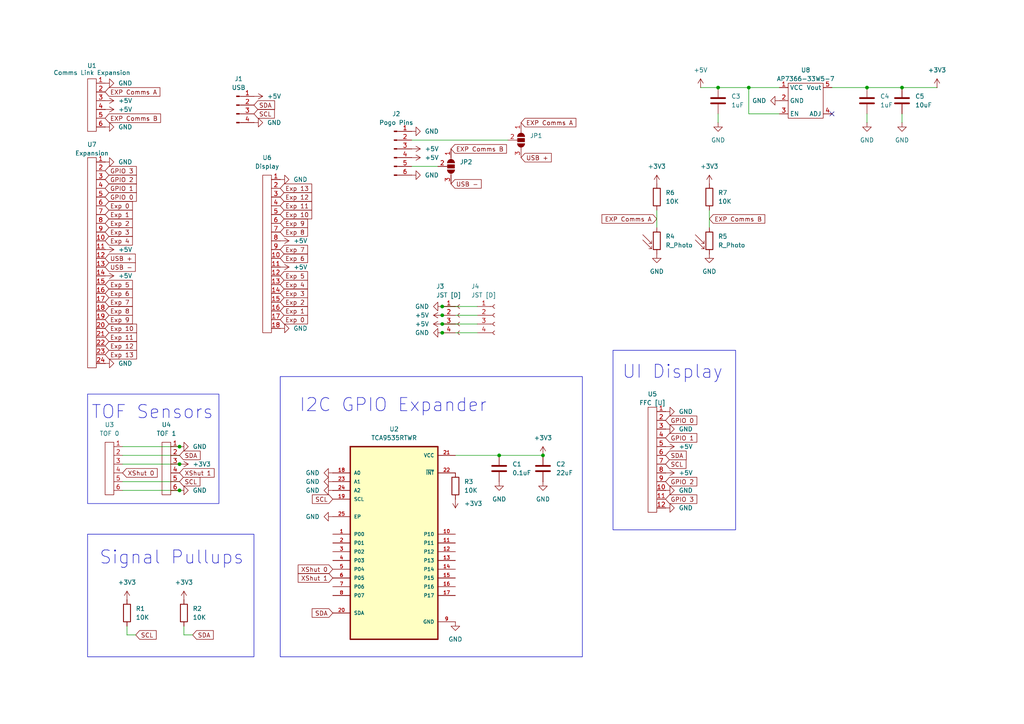
<source format=kicad_sch>
(kicad_sch (version 20231120) (generator "eeschema") (generator_version "8.0")
  (paper "A4")
  (lib_symbols
    (symbol "AP7366_SOT_25:AP7366_SOT25"
      (property "Reference" "U" (at 0 5.334 0))
      (symbol "AP7366_SOT25_0_1"
        (rectangle (start -5.08 3.81) (end 5.08 -6.35))
      )
      (symbol "AP7366_SOT25_1_1"
        (pin power_in line (at -7.62 2.54 0) (length 2.54) (name "VCC") (number "1"))
        (pin power_in line (at -7.62 -1.27 0) (length 2.54) (name "GND") (number "2"))
        (pin input line (at -7.62 -5.08 0) (length 2.54) (name "EN") (number "3"))
        (pin power_in line (at 7.62 -5.08 180) (length 2.54) (name "ADJ") (number "4"))
        (pin power_in line (at 7.62 2.54 180) (length 2.54) (name "Vout") (number "5"))
      )
    )
    (symbol "Connector:Conn_01x04_Pin" (pin_names (offset 1.016) hide)
      (property "Reference" "J" (at 0 5.08 0))
      (property "Value" "Conn_01x04_Pin" (at 0 -7.62 0))
      (symbol "Conn_01x04_Pin_1_1"
        (polyline (pts (xy 1.27 -5.08) (xy 0.8636 -5.08)) (stroke (width 0.1524)))
        (polyline (pts (xy 1.27 -2.54) (xy 0.8636 -2.54)) (stroke (width 0.1524)))
        (polyline (pts (xy 1.27 0) (xy 0.8636 0)) (stroke (width 0.1524)))
        (polyline (pts (xy 1.27 2.54) (xy 0.8636 2.54)) (stroke (width 0.1524)))
        (rectangle (start 0.8636 -4.953) (end 0 -5.207) (stroke (width 0.1524)) (fill (type outline)))
        (rectangle (start 0.8636 -2.413) (end 0 -2.667) (stroke (width 0.1524)) (fill (type outline)))
        (rectangle (start 0.8636 0.127) (end 0 -0.127) (stroke (width 0.1524)) (fill (type outline)))
        (rectangle (start 0.8636 2.667) (end 0 2.413) (stroke (width 0.1524)) (fill (type outline)))
        (pin passive line (at 5.08 2.54 180) (length 3.81) (name "Pin_1") (number "1"))
        (pin passive line (at 5.08 0 180) (length 3.81) (name "Pin_2") (number "2"))
        (pin passive line (at 5.08 -2.54 180) (length 3.81) (name "Pin_3") (number "3"))
        (pin passive line (at 5.08 -5.08 180) (length 3.81) (name "Pin_4") (number "4"))
      )
    )
    (symbol "Connector:Conn_01x04_Socket" (pin_names (offset 1.016) hide)
      (property "Reference" "J" (at 0 5.08 0))
      (property "Value" "Conn_01x04_Socket" (at 0 -7.62 0))
      (symbol "Conn_01x04_Socket_1_1"
        (arc (start 0 -4.572) (mid -0.5058 -5.08) (end 0 -5.588) (stroke (width 0.1524)))
        (arc (start 0 -2.032) (mid -0.5058 -2.54) (end 0 -3.048) (stroke (width 0.1524)))
        (polyline (pts (xy -1.27 -5.08) (xy -0.508 -5.08)) (stroke (width 0.1524)))
        (polyline (pts (xy -1.27 -2.54) (xy -0.508 -2.54)) (stroke (width 0.1524)))
        (polyline (pts (xy -1.27 0) (xy -0.508 0)) (stroke (width 0.1524)))
        (polyline (pts (xy -1.27 2.54) (xy -0.508 2.54)) (stroke (width 0.1524)))
        (arc (start 0 0.508) (mid -0.5058 0) (end 0 -0.508) (stroke (width 0.1524)))
        (arc (start 0 3.048) (mid -0.5058 2.54) (end 0 2.032) (stroke (width 0.1524)))
        (pin passive line (at -5.08 2.54 0) (length 3.81) (name "Pin_1") (number "1"))
        (pin passive line (at -5.08 0 0) (length 3.81) (name "Pin_2") (number "2"))
        (pin passive line (at -5.08 -2.54 0) (length 3.81) (name "Pin_3") (number "3"))
        (pin passive line (at -5.08 -5.08 0) (length 3.81) (name "Pin_4") (number "4"))
      )
    )
    (symbol "Connector:Conn_01x06_Pin" (pin_names (offset 1.016) hide)
      (property "Reference" "J" (at 0 7.62 0))
      (property "Value" "Conn_01x06_Pin" (at 0 -10.16 0))
      (symbol "Conn_01x06_Pin_1_1"
        (polyline (pts (xy 1.27 -7.62) (xy 0.8636 -7.62)) (stroke (width 0.1524)))
        (polyline (pts (xy 1.27 -5.08) (xy 0.8636 -5.08)) (stroke (width 0.1524)))
        (polyline (pts (xy 1.27 -2.54) (xy 0.8636 -2.54)) (stroke (width 0.1524)))
        (polyline (pts (xy 1.27 0) (xy 0.8636 0)) (stroke (width 0.1524)))
        (polyline (pts (xy 1.27 2.54) (xy 0.8636 2.54)) (stroke (width 0.1524)))
        (polyline (pts (xy 1.27 5.08) (xy 0.8636 5.08)) (stroke (width 0.1524)))
        (rectangle (start 0.8636 -7.493) (end 0 -7.747) (stroke (width 0.1524)) (fill (type outline)))
        (rectangle (start 0.8636 -4.953) (end 0 -5.207) (stroke (width 0.1524)) (fill (type outline)))
        (rectangle (start 0.8636 -2.413) (end 0 -2.667) (stroke (width 0.1524)) (fill (type outline)))
        (rectangle (start 0.8636 0.127) (end 0 -0.127) (stroke (width 0.1524)) (fill (type outline)))
        (rectangle (start 0.8636 2.667) (end 0 2.413) (stroke (width 0.1524)) (fill (type outline)))
        (rectangle (start 0.8636 5.207) (end 0 4.953) (stroke (width 0.1524)) (fill (type outline)))
        (pin passive line (at 5.08 5.08 180) (length 3.81) (name "Pin_1") (number "1"))
        (pin passive line (at 5.08 2.54 180) (length 3.81) (name "Pin_2") (number "2"))
        (pin passive line (at 5.08 0 180) (length 3.81) (name "Pin_3") (number "3"))
        (pin passive line (at 5.08 -2.54 180) (length 3.81) (name "Pin_4") (number "4"))
        (pin passive line (at 5.08 -5.08 180) (length 3.81) (name "Pin_5") (number "5"))
        (pin passive line (at 5.08 -7.62 180) (length 3.81) (name "Pin_6") (number "6"))
      )
    )
    (symbol "Device:C" (pin_numbers hide) (pin_names (offset 0.254))
      (property "Reference" "C" (at 0.635 2.54 0))
      (property "Value" "C" (at 0.635 -2.54 0))
      (symbol "C_0_1"
        (polyline (pts (xy -2.032 -0.762) (xy 2.032 -0.762)) (stroke (width 0.508)))
        (polyline (pts (xy -2.032 0.762) (xy 2.032 0.762)) (stroke (width 0.508)))
      )
      (symbol "C_1_1"
        (pin passive line (at 0 3.81 270) (length 2.794) (name "~") (number "1"))
        (pin passive line (at 0 -3.81 90) (length 2.794) (name "~") (number "2"))
      )
    )
    (symbol "Device:R" (pin_numbers hide) (pin_names (offset 0))
      (property "Reference" "R" (at 2.032 0 90))
      (property "Value" "R" (at 0 0 90))
      (symbol "R_0_1"
        (rectangle (start -1.016 -2.54) (end 1.016 2.54) (stroke (width 0.254)))
      )
      (symbol "R_1_1"
        (pin passive line (at 0 3.81 270) (length 1.27) (name "~") (number "1"))
        (pin passive line (at 0 -3.81 90) (length 1.27) (name "~") (number "2"))
      )
    )
    (symbol "Device:R_Photo" (pin_numbers hide) (pin_names (offset 0))
      (property "Reference" "R" (at 1.27 1.27 0))
      (property "Value" "R_Photo" (at 1.27 0 0))
      (symbol "R_Photo_0_1"
        (rectangle (start -1.016 2.54) (end 1.016 -2.54) (stroke (width 0.254)))
        (polyline (pts (xy -1.524 -2.286) (xy -4.064 0.254)))
        (polyline (pts (xy -1.524 -2.286) (xy -2.286 -2.286)))
        (polyline (pts (xy -1.524 -2.286) (xy -1.524 -1.524)))
        (polyline (pts (xy -1.524 -0.762) (xy -4.064 1.778)))
        (polyline (pts (xy -1.524 -0.762) (xy -2.286 -0.762)))
        (polyline (pts (xy -1.524 -0.762) (xy -1.524 0)))
      )
      (symbol "R_Photo_1_1"
        (pin passive line (at 0 3.81 270) (length 1.27) (name "~") (number "1"))
        (pin passive line (at 0 -3.81 90) (length 1.27) (name "~") (number "2"))
      )
    )
    (symbol "FCC_Connector:FFC_12P"
      (property "Reference" "U" (at 0 16.764 0))
      (symbol "FFC_12P_0_1"
        (rectangle (start -1.27 15.24) (end 1.27 -15.24))
      )
      (symbol "FFC_12P_1_1"
        (pin input line (at 3.81 13.97 180) (length 2.54) (name "") (number "1"))
        (pin input line (at 3.81 -8.89 180) (length 2.54) (name "") (number "10"))
        (pin input line (at 3.81 -11.43 180) (length 2.54) (name "") (number "11"))
        (pin input line (at 3.81 -13.97 180) (length 2.54) (name "") (number "12"))
        (pin input line (at 3.81 11.43 180) (length 2.54) (name "") (number "2"))
        (pin input line (at 3.81 8.89 180) (length 2.54) (name "") (number "3"))
        (pin input line (at 3.81 6.35 180) (length 2.54) (name "") (number "4"))
        (pin input line (at 3.81 3.81 180) (length 2.54) (name "") (number "5"))
        (pin input line (at 3.81 1.27 180) (length 2.54) (name "") (number "6"))
        (pin input line (at 3.81 -1.27 180) (length 2.54) (name "") (number "7"))
        (pin input line (at 3.81 -3.81 180) (length 2.54) (name "") (number "8"))
        (pin input line (at 3.81 -6.35 180) (length 2.54) (name "") (number "9"))
      )
    )
    (symbol "FCC_Connector:FFC_18P"
      (property "Reference" "U" (at 0 24.384 0))
      (symbol "FFC_18P_0_1"
        (rectangle (start -1.27 22.86) (end 1.27 -22.86))
      )
      (symbol "FFC_18P_1_1"
        (pin input line (at 3.81 21.59 180) (length 2.54) (name "") (number "1"))
        (pin input line (at 3.81 -1.27 180) (length 2.54) (name "") (number "10"))
        (pin input line (at 3.81 -3.81 180) (length 2.54) (name "") (number "11"))
        (pin input line (at 3.81 -6.35 180) (length 2.54) (name "") (number "12"))
        (pin input line (at 3.81 -8.89 180) (length 2.54) (name "") (number "13"))
        (pin input line (at 3.81 -11.43 180) (length 2.54) (name "") (number "14"))
        (pin input line (at 3.81 -13.97 180) (length 2.54) (name "") (number "15"))
        (pin input line (at 3.81 -16.51 180) (length 2.54) (name "") (number "16"))
        (pin input line (at 3.81 -19.05 180) (length 2.54) (name "") (number "17"))
        (pin input line (at 3.81 -21.59 180) (length 2.54) (name "") (number "18"))
        (pin input line (at 3.81 19.05 180) (length 2.54) (name "") (number "2"))
        (pin input line (at 3.81 16.51 180) (length 2.54) (name "") (number "3"))
        (pin input line (at 3.81 13.97 180) (length 2.54) (name "") (number "4"))
        (pin input line (at 3.81 11.43 180) (length 2.54) (name "") (number "5"))
        (pin input line (at 3.81 8.89 180) (length 2.54) (name "") (number "6"))
        (pin input line (at 3.81 6.35 180) (length 2.54) (name "") (number "7"))
        (pin input line (at 3.81 3.81 180) (length 2.54) (name "") (number "8"))
        (pin input line (at 3.81 1.27 180) (length 2.54) (name "") (number "9"))
      )
    )
    (symbol "FCC_Connector:FFC_24P"
      (property "Reference" "U" (at -1.27 32.004 0))
      (symbol "FFC_24P_0_1"
        (rectangle (start -2.54 30.48) (end 0 -30.48))
      )
      (symbol "FFC_24P_1_1"
        (pin input line (at 2.54 29.21 180) (length 2.54) (name "") (number "1"))
        (pin input line (at 2.54 6.35 180) (length 2.54) (name "") (number "10"))
        (pin input line (at 2.54 3.81 180) (length 2.54) (name "") (number "11"))
        (pin input line (at 2.54 1.27 180) (length 2.54) (name "") (number "12"))
        (pin input line (at 2.54 -1.27 180) (length 2.54) (name "") (number "13"))
        (pin input line (at 2.54 -3.81 180) (length 2.54) (name "") (number "14"))
        (pin input line (at 2.54 -6.35 180) (length 2.54) (name "") (number "15"))
        (pin input line (at 2.54 -8.89 180) (length 2.54) (name "") (number "16"))
        (pin input line (at 2.54 -11.43 180) (length 2.54) (name "") (number "17"))
        (pin input line (at 2.54 -13.97 180) (length 2.54) (name "") (number "18"))
        (pin input line (at 2.54 -16.51 180) (length 2.54) (name "") (number "19"))
        (pin input line (at 2.54 26.67 180) (length 2.54) (name "") (number "2"))
        (pin input line (at 2.54 -19.05 180) (length 2.54) (name "") (number "20"))
        (pin input line (at 2.54 -21.59 180) (length 2.54) (name "") (number "21"))
        (pin input line (at 2.54 -24.13 180) (length 2.54) (name "") (number "22"))
        (pin input line (at 2.54 -26.67 180) (length 2.54) (name "") (number "23"))
        (pin input line (at 2.54 -29.21 180) (length 2.54) (name "") (number "24"))
        (pin input line (at 2.54 24.13 180) (length 2.54) (name "") (number "3"))
        (pin input line (at 2.54 21.59 180) (length 2.54) (name "") (number "4"))
        (pin input line (at 2.54 19.05 180) (length 2.54) (name "") (number "5"))
        (pin input line (at 2.54 16.51 180) (length 2.54) (name "") (number "6"))
        (pin input line (at 2.54 13.97 180) (length 2.54) (name "") (number "7"))
        (pin input line (at 2.54 11.43 180) (length 2.54) (name "") (number "8"))
        (pin input line (at 2.54 8.89 180) (length 2.54) (name "") (number "9"))
      )
    )
    (symbol "FCC_Connector:FFC_6P"
      (property "Reference" "U" (at 0 9.398 0))
      (symbol "FFC_6P_0_1"
        (rectangle (start -1.27 7.62) (end 1.27 -7.62))
      )
      (symbol "FFC_6P_1_1"
        (pin input line (at 3.81 6.35 180) (length 2.54) (name "") (number "1"))
        (pin input line (at 3.81 3.81 180) (length 2.54) (name "") (number "2"))
        (pin input line (at 3.81 1.27 180) (length 2.54) (name "") (number "3"))
        (pin input line (at 3.81 -1.27 180) (length 2.54) (name "") (number "4"))
        (pin input line (at 3.81 -3.81 180) (length 2.54) (name "") (number "5"))
        (pin input line (at 3.81 -6.35 180) (length 2.54) (name "") (number "6"))
      )
    )
    (symbol "IO_Expander_TCA9535RTWR:TCA9535RTWR" (pin_names (offset 1.016))
      (property "Reference" "U" (at -12.7 28.94 0))
      (property "Value" "TCA9535RTWR" (at -12.7 -31.94 0))
      (symbol "TCA9535RTWR_0_0"
        (rectangle (start -12.7 -27.94) (end 12.7 27.94) (stroke (width 0.41)) (fill (type background)))
        (pin bidirectional line (at -17.78 2.54 0) (length 5.08) (name "P00") (number "1"))
        (pin bidirectional line (at 17.78 2.54 180) (length 5.08) (name "P10") (number "10"))
        (pin bidirectional line (at 17.78 0 180) (length 5.08) (name "P11") (number "11"))
        (pin bidirectional line (at 17.78 -2.54 180) (length 5.08) (name "P12") (number "12"))
        (pin bidirectional line (at 17.78 -5.08 180) (length 5.08) (name "P13") (number "13"))
        (pin bidirectional line (at 17.78 -7.62 180) (length 5.08) (name "P14") (number "14"))
        (pin bidirectional line (at 17.78 -10.16 180) (length 5.08) (name "P15") (number "15"))
        (pin bidirectional line (at 17.78 -12.7 180) (length 5.08) (name "P16") (number "16"))
        (pin bidirectional line (at 17.78 -15.24 180) (length 5.08) (name "P17") (number "17"))
        (pin input line (at -17.78 20.32 0) (length 5.08) (name "A0") (number "18"))
        (pin input line (at -17.78 12.7 0) (length 5.08) (name "SCL") (number "19"))
        (pin bidirectional line (at -17.78 0 0) (length 5.08) (name "P01") (number "2"))
        (pin bidirectional line (at -17.78 -20.32 0) (length 5.08) (name "SDA") (number "20"))
        (pin power_in line (at 17.78 25.4 180) (length 5.08) (name "VCC") (number "21"))
        (pin output line (at 17.78 20.32 180) (length 5.08) (name "~{INT}") (number "22"))
        (pin input line (at -17.78 17.78 0) (length 5.08) (name "A1") (number "23"))
        (pin input line (at -17.78 15.24 0) (length 5.08) (name "A2") (number "24"))
        (pin bidirectional line (at -17.78 7.62 0) (length 5.08) (name "EP") (number "25"))
        (pin bidirectional line (at -17.78 -2.54 0) (length 5.08) (name "P02") (number "3"))
        (pin bidirectional line (at -17.78 -5.08 0) (length 5.08) (name "P03") (number "4"))
        (pin bidirectional line (at -17.78 -7.62 0) (length 5.08) (name "P04") (number "5"))
        (pin bidirectional line (at -17.78 -10.16 0) (length 5.08) (name "P05") (number "6"))
        (pin bidirectional line (at -17.78 -12.7 0) (length 5.08) (name "P06") (number "7"))
        (pin bidirectional line (at -17.78 -15.24 0) (length 5.08) (name "P07") (number "8"))
        (pin power_in line (at 17.78 -22.86 180) (length 5.08) (name "GND") (number "9"))
      )
    )
    (symbol "Jumper:SolderJumper_3_Open" (pin_names (offset 0) hide) (exclude_from_sim yes) (in_bom no)
      (property "Reference" "JP" (at -2.54 -2.54 0))
      (property "Value" "SolderJumper_3_Open" (at 0 2.794 0))
      (symbol "SolderJumper_3_Open_0_1"
        (arc (start -1.016 1.016) (mid -2.0276 0) (end -1.016 -1.016))
        (arc (start -1.016 1.016) (mid -2.0276 0) (end -1.016 -1.016) (fill (type outline)))
        (rectangle (start -0.508 1.016) (end 0.508 -1.016) (fill (type outline)))
        (polyline (pts (xy -2.54 0) (xy -2.032 0)))
        (polyline (pts (xy -1.016 1.016) (xy -1.016 -1.016)))
        (polyline (pts (xy 0 -1.27) (xy 0 -1.016)))
        (polyline (pts (xy 1.016 1.016) (xy 1.016 -1.016)))
        (polyline (pts (xy 2.54 0) (xy 2.032 0)))
        (arc (start 1.016 -1.016) (mid 2.0276 0) (end 1.016 1.016))
        (arc (start 1.016 -1.016) (mid 2.0276 0) (end 1.016 1.016) (fill (type outline)))
      )
      (symbol "SolderJumper_3_Open_1_1"
        (pin passive line (at -5.08 0 0) (length 2.54) (name "A") (number "1"))
        (pin passive line (at 0 -3.81 90) (length 2.54) (name "C") (number "2"))
        (pin passive line (at 5.08 0 180) (length 2.54) (name "B") (number "3"))
      )
    )
    (symbol "power:+3V3" (power) (pin_numbers hide) (pin_names (offset 0) hide)
      (property "Value" "+3V3" (at 0 3.556 0))
      (symbol "+3V3_0_1"
        (polyline (pts (xy -0.762 1.27) (xy 0 2.54)))
        (polyline (pts (xy 0 0) (xy 0 2.54)))
        (polyline (pts (xy 0 2.54) (xy 0.762 1.27)))
      )
      (symbol "+3V3_1_1"
        (pin power_in line (at 0 0 90) (length 0) (name "~") (number "1"))
      )
    )
    (symbol "power:+5V" (power) (pin_numbers hide) (pin_names (offset 0) hide)
      (property "Value" "+5V" (at 0 3.556 0))
      (symbol "+5V_0_1"
        (polyline (pts (xy -0.762 1.27) (xy 0 2.54)))
        (polyline (pts (xy 0 0) (xy 0 2.54)))
        (polyline (pts (xy 0 2.54) (xy 0.762 1.27)))
      )
      (symbol "+5V_1_1"
        (pin power_in line (at 0 0 90) (length 0) (name "~") (number "1"))
      )
    )
    (symbol "power:GND" (power) (pin_numbers hide) (pin_names (offset 0) hide)
      (property "Value" "GND" (at 0 -3.81 0))
      (symbol "GND_0_1"
        (polyline (pts (xy 0 0) (xy 0 -1.27) (xy 1.27 -1.27) (xy 0 -2.54) (xy -1.27 -1.27) (xy 0 -1.27)))
      )
      (symbol "GND_1_1"
        (pin power_in line (at 0 0 270) (length 0) (name "~") (number "1"))
      )
    )
  )
  (junction (at 217.17 25.4))
  (junction (at 157.48 132.08))
  (junction (at 52.07 142.24))
  (junction (at 144.78 132.08))
  (junction (at 208.28 25.4))
  (junction (at 128.27 96.52))
  (junction (at 52.07 134.62))
  (junction (at 128.27 91.44))
  (junction (at 261.62 25.4))
  (junction (at 128.27 88.9))
  (junction (at 251.46 25.4))
  (junction (at 128.27 93.98))
  (junction (at 52.07 129.54))
  (no_connect (at 241.3 33.02))
  (wire (pts (xy 36.83 184.15) (xy 39.37 184.15)))
  (wire (pts (xy 203.2 25.4) (xy 208.28 25.4)))
  (wire (pts (xy 208.28 33.02) (xy 208.28 35.56)))
  (wire (pts (xy 35.56 142.24) (xy 52.07 142.24)))
  (wire (pts (xy 35.56 132.08) (xy 52.07 132.08)))
  (wire (pts (xy 251.46 33.02) (xy 251.46 35.56)))
  (wire (pts (xy 119.38 40.64) (xy 147.32 40.64)))
  (wire (pts (xy 36.83 184.15) (xy 36.83 181.61)))
  (wire (pts (xy 261.62 33.02) (xy 261.62 35.56)))
  (wire (pts (xy 144.78 132.08) (xy 157.48 132.08)))
  (wire (pts (xy 261.62 25.4) (xy 271.78 25.4)))
  (wire (pts (xy 35.56 129.54) (xy 52.07 129.54)))
  (wire (pts (xy 35.56 139.7) (xy 52.07 139.7)))
  (wire (pts (xy 128.27 93.98) (xy 138.43 93.98)))
  (wire (pts (xy 53.34 184.15) (xy 53.34 181.61)))
  (wire (pts (xy 128.27 88.9) (xy 138.43 88.9)))
  (wire (pts (xy 128.27 91.44) (xy 138.43 91.44)))
  (wire (pts (xy 119.38 48.26) (xy 127 48.26)))
  (wire (pts (xy 132.08 132.08) (xy 144.78 132.08)))
  (wire (pts (xy 217.17 33.02) (xy 217.17 25.4)))
  (wire (pts (xy 128.27 96.52) (xy 138.43 96.52)))
  (wire (pts (xy 55.88 184.15) (xy 53.34 184.15)))
  (wire (pts (xy 208.28 25.4) (xy 217.17 25.4)))
  (wire (pts (xy 205.74 66.04) (xy 205.74 60.96)))
  (wire (pts (xy 217.17 25.4) (xy 226.06 25.4)))
  (wire (pts (xy 261.62 25.4) (xy 251.46 25.4)))
  (wire (pts (xy 241.3 25.4) (xy 251.46 25.4)))
  (wire (pts (xy 190.5 66.04) (xy 190.5 60.96)))
  (wire (pts (xy 226.06 33.02) (xy 217.17 33.02)))
  (wire (pts (xy 35.56 134.62) (xy 52.07 134.62)))
  (rectangle (start 25.4 154.94) (end 73.66 190.5))
  (rectangle (start 81.28 109.22) (end 168.91 190.5))
  (rectangle (start 25.4 114.3) (end 63.5 146.05))
  (rectangle (start 177.8 101.6) (end 213.36 153.67))
  (text "Signal Pullups" (at 49.784 161.798 0) (effects (font (size 3.81 3.81))))
  (text "UI Display" (at 195.072 107.95 0) (effects (font (size 3.81 3.81))))
  (text "I2C GPIO Expander" (at 114.046 117.602 0) (effects (font (size 3.81 3.81))))
  (text "TOF Sensors" (at 44.196 119.634 0) (effects (font (size 3.81 3.81))))
  (global_label "USB -" (shape input) (at 30.48 77.47 0) (property "Intersheetrefs" "${INTERSHEET_REFS}" (effects (hide yes))))
  (global_label "Exp 9" (shape input) (at 30.48 92.71 0) (property "Intersheetrefs" "${INTERSHEET_REFS}" (effects (hide yes))))
  (global_label "Exp 4" (shape input) (at 81.28 82.55 0) (property "Intersheetrefs" "${INTERSHEET_REFS}" (effects (hide yes))))
  (global_label "Exp 3" (shape input) (at 30.48 67.31 0) (property "Intersheetrefs" "${INTERSHEET_REFS}" (effects (hide yes))))
  (global_label "SDA" (shape input) (at 73.66 30.48 0) (property "Intersheetrefs" "${INTERSHEET_REFS}" (effects (hide yes))))
  (global_label "SCL" (shape input) (at 52.07 139.7 0) (property "Intersheetrefs" "${INTERSHEET_REFS}" (effects (hide yes))))
  (global_label "Exp 12" (shape input) (at 30.48 100.33 0) (property "Intersheetrefs" "${INTERSHEET_REFS}" (effects (hide yes))))
  (global_label "GPIO 0" (shape input) (at 30.48 57.15 0) (property "Intersheetrefs" "${INTERSHEET_REFS}" (effects (hide yes))))
  (global_label "USB -" (shape input) (at 130.81 53.34 0) (property "Intersheetrefs" "${INTERSHEET_REFS}" (effects (hide yes))))
  (global_label "EXP Comms A" (shape input) (at 190.5 63.5 180) (property "Intersheetrefs" "${INTERSHEET_REFS}" (effects (hide yes))))
  (global_label "XShut 1" (shape input) (at 52.07 137.16 0) (property "Intersheetrefs" "${INTERSHEET_REFS}" (effects (hide yes))))
  (global_label "Exp 8" (shape input) (at 30.48 90.17 0) (property "Intersheetrefs" "${INTERSHEET_REFS}" (effects (hide yes))))
  (global_label "Exp 7" (shape input) (at 30.48 87.63 0) (property "Intersheetrefs" "${INTERSHEET_REFS}" (effects (hide yes))))
  (global_label "GPIO 3" (shape input) (at 193.04 144.78 0) (property "Intersheetrefs" "${INTERSHEET_REFS}" (effects (hide yes))))
  (global_label "Exp 10" (shape input) (at 30.48 95.25 0) (property "Intersheetrefs" "${INTERSHEET_REFS}" (effects (hide yes))))
  (global_label "Exp 12" (shape input) (at 81.28 57.15 0) (property "Intersheetrefs" "${INTERSHEET_REFS}" (effects (hide yes))))
  (global_label "EXP Comms A" (shape input) (at 151.13 35.56 0) (property "Intersheetrefs" "${INTERSHEET_REFS}" (effects (hide yes))))
  (global_label "GPIO 2" (shape input) (at 193.04 139.7 0) (property "Intersheetrefs" "${INTERSHEET_REFS}" (effects (hide yes))))
  (global_label "Exp 8" (shape input) (at 81.28 67.31 0) (property "Intersheetrefs" "${INTERSHEET_REFS}" (effects (hide yes))))
  (global_label "Exp 9" (shape input) (at 81.28 64.77 0) (property "Intersheetrefs" "${INTERSHEET_REFS}" (effects (hide yes))))
  (global_label "Exp 13" (shape input) (at 81.28 54.61 0) (property "Intersheetrefs" "${INTERSHEET_REFS}" (effects (hide yes))))
  (global_label "EXP Comms A" (shape input) (at 30.48 26.67 0) (property "Intersheetrefs" "${INTERSHEET_REFS}" (effects (hide yes))))
  (global_label "XShut 0" (shape input) (at 96.52 165.1 180) (property "Intersheetrefs" "${INTERSHEET_REFS}" (effects (hide yes))))
  (global_label "SDA" (shape input) (at 193.04 132.08 0) (property "Intersheetrefs" "${INTERSHEET_REFS}" (effects (hide yes))))
  (global_label "Exp 13" (shape input) (at 30.48 102.87 0) (property "Intersheetrefs" "${INTERSHEET_REFS}" (effects (hide yes))))
  (global_label "GPIO 3" (shape input) (at 30.48 49.53 0) (property "Intersheetrefs" "${INTERSHEET_REFS}" (effects (hide yes))))
  (global_label "SCL" (shape input) (at 39.37 184.15 0) (property "Intersheetrefs" "${INTERSHEET_REFS}" (effects (hide yes))))
  (global_label "SDA" (shape input) (at 52.07 132.08 0) (property "Intersheetrefs" "${INTERSHEET_REFS}" (effects (hide yes))))
  (global_label "Exp 1" (shape input) (at 30.48 62.23 0) (property "Intersheetrefs" "${INTERSHEET_REFS}" (effects (hide yes))))
  (global_label "Exp 6" (shape input) (at 30.48 85.09 0) (property "Intersheetrefs" "${INTERSHEET_REFS}" (effects (hide yes))))
  (global_label "GPIO 0" (shape input) (at 193.04 121.92 0) (property "Intersheetrefs" "${INTERSHEET_REFS}" (effects (hide yes))))
  (global_label "XShut 0" (shape input) (at 35.56 137.16 0) (property "Intersheetrefs" "${INTERSHEET_REFS}" (effects (hide yes))))
  (global_label "Exp 1" (shape input) (at 81.28 90.17 0) (property "Intersheetrefs" "${INTERSHEET_REFS}" (effects (hide yes))))
  (global_label "EXP Comms B" (shape input) (at 30.48 34.29 0) (property "Intersheetrefs" "${INTERSHEET_REFS}" (effects (hide yes))))
  (global_label "XShut 1" (shape input) (at 96.52 167.64 180) (property "Intersheetrefs" "${INTERSHEET_REFS}" (effects (hide yes))))
  (global_label "EXP Comms B" (shape input) (at 130.81 43.18 0) (property "Intersheetrefs" "${INTERSHEET_REFS}" (effects (hide yes))))
  (global_label "Exp 0" (shape input) (at 81.28 92.71 0) (property "Intersheetrefs" "${INTERSHEET_REFS}" (effects (hide yes))))
  (global_label "GPIO 1" (shape input) (at 30.48 54.61 0) (property "Intersheetrefs" "${INTERSHEET_REFS}" (effects (hide yes))))
  (global_label "SCL" (shape input) (at 193.04 134.62 0) (property "Intersheetrefs" "${INTERSHEET_REFS}" (effects (hide yes))))
  (global_label "Exp 5" (shape input) (at 81.28 80.01 0) (property "Intersheetrefs" "${INTERSHEET_REFS}" (effects (hide yes))))
  (global_label "Exp 11" (shape input) (at 30.48 97.79 0) (property "Intersheetrefs" "${INTERSHEET_REFS}" (effects (hide yes))))
  (global_label "Exp 7" (shape input) (at 81.28 72.39 0) (property "Intersheetrefs" "${INTERSHEET_REFS}" (effects (hide yes))))
  (global_label "Exp 2" (shape input) (at 30.48 64.77 0) (property "Intersheetrefs" "${INTERSHEET_REFS}" (effects (hide yes))))
  (global_label "GPIO 2" (shape input) (at 30.48 52.07 0) (property "Intersheetrefs" "${INTERSHEET_REFS}" (effects (hide yes))))
  (global_label "SCL" (shape input) (at 96.52 144.78 180) (property "Intersheetrefs" "${INTERSHEET_REFS}" (effects (hide yes))))
  (global_label "Exp 3" (shape input) (at 81.28 85.09 0) (property "Intersheetrefs" "${INTERSHEET_REFS}" (effects (hide yes))))
  (global_label "Exp 5" (shape input) (at 30.48 82.55 0) (property "Intersheetrefs" "${INTERSHEET_REFS}" (effects (hide yes))))
  (global_label "Exp 10" (shape input) (at 81.28 62.23 0) (property "Intersheetrefs" "${INTERSHEET_REFS}" (effects (hide yes))))
  (global_label "Exp 2" (shape input) (at 81.28 87.63 0) (property "Intersheetrefs" "${INTERSHEET_REFS}" (effects (hide yes))))
  (global_label "Exp 6" (shape input) (at 81.28 74.93 0) (property "Intersheetrefs" "${INTERSHEET_REFS}" (effects (hide yes))))
  (global_label "SCL" (shape input) (at 73.66 33.02 0) (property "Intersheetrefs" "${INTERSHEET_REFS}" (effects (hide yes))))
  (global_label "USB +" (shape input) (at 151.13 45.72 0) (property "Intersheetrefs" "${INTERSHEET_REFS}" (effects (hide yes))))
  (global_label "SDA" (shape input) (at 96.52 177.8 180) (property "Intersheetrefs" "${INTERSHEET_REFS}" (effects (hide yes))))
  (global_label "SDA" (shape input) (at 55.88 184.15 0) (property "Intersheetrefs" "${INTERSHEET_REFS}" (effects (hide yes))))
  (global_label "EXP Comms B" (shape input) (at 205.74 63.5 0) (property "Intersheetrefs" "${INTERSHEET_REFS}" (effects (hide yes))))
  (global_label "Exp 11" (shape input) (at 81.28 59.69 0) (property "Intersheetrefs" "${INTERSHEET_REFS}" (effects (hide yes))))
  (global_label "Exp 4" (shape input) (at 30.48 69.85 0) (property "Intersheetrefs" "${INTERSHEET_REFS}" (effects (hide yes))))
  (global_label "GPIO 1" (shape input) (at 193.04 127 0) (property "Intersheetrefs" "${INTERSHEET_REFS}" (effects (hide yes))))
  (global_label "USB +" (shape input) (at 30.48 74.93 0) (property "Intersheetrefs" "${INTERSHEET_REFS}" (effects (hide yes))))
  (global_label "Exp 0" (shape input) (at 30.48 59.69 0) (property "Intersheetrefs" "${INTERSHEET_REFS}" (effects (hide yes))))
  (symbol (lib_id "power:+3V3") (at 132.08 144.78 180) (unit 1)
    (property "Reference" "#PWR011" (effects (hide yes)))
    (property "Value" "+3V3" (at 134.62 146.0499 0) (effects (justify right)))
    (property "Description" "Power symbol creates a global label with name \"+3V3\"" (effects (hide yes)))
  )
  (symbol (lib_id "power:GND") (at 128.27 96.52 270) (unit 1)
    (property "Reference" "#PWR042" (effects (hide yes)))
    (property "Value" "GND" (at 124.46 96.5199 90) (effects (justify right)))
    (property "Description" "Power symbol creates a global label with name \"GND\" , ground" (effects (hide yes)))
  )
  (symbol (lib_id "power:GND") (at 73.66 35.56 90) (unit 1)
    (property "Reference" "#PWR034" (effects (hide yes)))
    (property "Value" "GND" (at 77.47 35.5599 90) (effects (justify right)))
    (property "Description" "Power symbol creates a global label with name \"GND\" , ground" (effects (hide yes)))
  )
  (symbol (lib_id "power:GND") (at 119.38 38.1 90) (unit 1)
    (property "Reference" "#PWR036" (effects (hide yes)))
    (property "Value" "GND" (at 123.19 38.0999 90) (effects (justify right)))
    (property "Description" "Power symbol creates a global label with name \"GND\" , ground" (effects (hide yes)))
  )
  (symbol (lib_id "Device:R") (at 190.5 57.15 0) (unit 1)
    (property "Reference" "R6" (at 193.04 55.8799 0) (effects (justify left)))
    (property "Value" "10K" (at 193.04 58.4199 0) (effects (justify left)))
    (property "Footprint" "Resistor_SMD:R_0603_1608Metric_Pad0.98x0.95mm_HandSolder" (effects (hide yes)))
    (property "Description" "Resistor" (effects (hide yes)))
  )
  (symbol (lib_id "power:+5V") (at 81.28 77.47 270) (unit 1)
    (property "Reference" "#PWR031" (effects (hide yes)))
    (property "Value" "+5V" (at 85.09 77.4699 90) (effects (justify left)))
    (property "Description" "Power symbol creates a global label with name \"+5V\"" (effects (hide yes)))
  )
  (symbol (lib_id "power:GND") (at 96.52 137.16 270) (unit 1)
    (property "Reference" "#PWR07" (effects (hide yes)))
    (property "Value" "GND" (at 92.71 137.1599 90) (effects (justify right)))
    (property "Description" "Power symbol creates a global label with name \"GND\" , ground" (effects (hide yes)))
  )
  (symbol (lib_id "power:+5V") (at 193.04 129.54 270) (unit 1)
    (property "Reference" "#PWR021" (effects (hide yes)))
    (property "Value" "+5V" (at 196.85 129.5399 90) (effects (justify left)))
    (property "Description" "Power symbol creates a global label with name \"+5V\"" (effects (hide yes)))
  )
  (symbol (lib_id "Connector:Conn_01x06_Pin") (at 114.3 43.18 0) (unit 1)
    (property "Reference" "J2" (at 114.935 33.02 0))
    (property "Value" "Pogo Pins" (at 114.935 35.56 0))
    (property "Footprint" "Connector_PinHeader_2.54mm:PinHeader_1x06_P2.54mm_Vertical" (effects (hide yes)))
    (property "Description" "Generic connector, single row, 01x06, script generated" (effects (hide yes)))
  )
  (symbol (lib_id "power:GND") (at 119.38 50.8 90) (unit 1)
    (property "Reference" "#PWR037" (effects (hide yes)))
    (property "Value" "GND" (at 123.19 50.7999 90) (effects (justify right)))
    (property "Description" "Power symbol creates a global label with name \"GND\" , ground" (effects (hide yes)))
  )
  (symbol (lib_id "power:+5V") (at 73.66 27.94 270) (unit 1)
    (property "Reference" "#PWR033" (effects (hide yes)))
    (property "Value" "+5V" (at 77.47 27.9399 90) (effects (justify left)))
    (property "Description" "Power symbol creates a global label with name \"+5V\"" (effects (hide yes)))
  )
  (symbol (lib_id "power:+5V") (at 119.38 43.18 270) (unit 1)
    (property "Reference" "#PWR035" (effects (hide yes)))
    (property "Value" "+5V" (at 123.19 43.1799 90) (effects (justify left)))
    (property "Description" "Power symbol creates a global label with name \"+5V\"" (effects (hide yes)))
  )
  (symbol (lib_id "AP7366_SOT_25:AP7366_SOT25") (at 233.68 27.94 0) (unit 1)
    (property "Reference" "U8" (at 233.68 20.32 0))
    (property "Value" "AP7366-33W5-7" (at 233.68 22.86 0))
    (property "Footprint" "AP7366-SOT25:AP7366" (effects (hide yes)))
  )
  (symbol (lib_id "FCC_Connector:FFC_12P") (at 189.23 133.35 0) (unit 1)
    (property "Reference" "U5" (at 189.23 114.3 0))
    (property "Value" "FFC [U]" (at 189.23 116.84 0))
    (property "Footprint" "FFC_Connector:FFC Aliexpress 0.5mm 12P" (effects (hide yes)))
  )
  (symbol (lib_id "power:GND") (at 190.5 73.66 0) (unit 1)
    (property "Reference" "#PWR049" (effects (hide yes)))
    (property "Value" "GND" (at 190.5 78.74 0))
    (property "Description" "Power symbol creates a global label with name \"GND\" , ground" (effects (hide yes)))
  )
  (symbol (lib_id "power:GND") (at 251.46 35.56 0) (unit 1)
    (property "Reference" "#PWR046" (effects (hide yes)))
    (property "Value" "GND" (at 251.46 40.64 0))
    (property "Description" "Power symbol creates a global label with name \"GND\" , ground" (effects (hide yes)))
  )
  (symbol (lib_id "power:GND") (at 81.28 52.07 90) (unit 1)
    (property "Reference" "#PWR029" (effects (hide yes)))
    (property "Value" "GND" (at 85.09 52.0699 90) (effects (justify right)))
    (property "Description" "Power symbol creates a global label with name \"GND\" , ground" (effects (hide yes)))
  )
  (symbol (lib_id "Device:R") (at 53.34 177.8 0) (unit 1)
    (property "Reference" "R2" (at 55.88 176.5299 0) (effects (justify left)))
    (property "Value" "10K" (at 55.88 179.0699 0) (effects (justify left)))
    (property "Footprint" "Resistor_SMD:R_0603_1608Metric_Pad0.98x0.95mm_HandSolder" (effects (hide yes)))
    (property "Description" "Resistor" (effects (hide yes)))
  )
  (symbol (lib_id "power:+3V3") (at 205.74 53.34 0) (unit 1)
    (property "Reference" "#PWR052" (effects (hide yes)))
    (property "Value" "+3V3" (at 205.74 48.26 0))
    (property "Description" "Power symbol creates a global label with name \"+3V3\"" (effects (hide yes)))
  )
  (symbol (lib_id "power:GND") (at 193.04 119.38 90) (unit 1)
    (property "Reference" "#PWR019" (effects (hide yes)))
    (property "Value" "GND" (at 196.85 119.3799 90) (effects (justify right)))
    (property "Description" "Power symbol creates a global label with name \"GND\" , ground" (effects (hide yes)))
  )
  (symbol (lib_id "FCC_Connector:FFC_6P") (at 48.26 135.89 0) (unit 1)
    (property "Reference" "U4" (at 48.26 123.19 0))
    (property "Value" "TOF 1" (at 48.26 125.73 0))
    (property "Footprint" "Connector_Hirose:Hirose_DF13-06P-1.25DS_1x06_P1.25mm_Horizontal" (effects (hide yes)))
  )
  (symbol (lib_id "power:GND") (at 30.48 24.13 90) (unit 1)
    (property "Reference" "#PWR01" (effects (hide yes)))
    (property "Value" "GND" (at 34.29 24.1299 90) (effects (justify right)))
    (property "Description" "Power symbol creates a global label with name \"GND\" , ground" (effects (hide yes)))
  )
  (symbol (lib_id "power:GND") (at 30.48 36.83 90) (unit 1)
    (property "Reference" "#PWR04" (effects (hide yes)))
    (property "Value" "GND" (at 34.29 36.8299 90) (effects (justify right)))
    (property "Description" "Power symbol creates a global label with name \"GND\" , ground" (effects (hide yes)))
  )
  (symbol (lib_id "power:+5V") (at 128.27 91.44 90) (unit 1)
    (property "Reference" "#PWR040" (effects (hide yes)))
    (property "Value" "+5V" (at 124.46 91.4399 90) (effects (justify left)))
    (property "Description" "Power symbol creates a global label with name \"+5V\"" (effects (hide yes)))
  )
  (symbol (lib_id "IO_Expander_TCA9535RTWR:TCA9535RTWR") (at 114.3 157.48 0) (unit 1)
    (property "Reference" "U2" (at 114.3 124.46 0))
    (property "Value" "TCA9535RTWR" (at 114.3 127 0))
    (property "Footprint" "IO_Expander_TCA9535RTWR:QFN50P400X400X80-25N" (effects (hide yes)))
  )
  (symbol (lib_id "power:GND") (at 96.52 149.86 270) (unit 1)
    (property "Reference" "#PWR010" (effects (hide yes)))
    (property "Value" "GND" (at 92.71 149.8599 90) (effects (justify right)))
    (property "Description" "Power symbol creates a global label with name \"GND\" , ground" (effects (hide yes)))
  )
  (symbol (lib_id "Device:C") (at 208.28 29.21 0) (unit 1)
    (property "Reference" "C3" (at 212.09 27.9399 0) (effects (justify left)))
    (property "Value" "1uF" (at 212.09 30.4799 0) (effects (justify left)))
    (property "Footprint" "Resistor_SMD:R_0603_1608Metric" (effects (hide yes)))
    (property "Description" "Unpolarized capacitor" (effects (hide yes)))
  )
  (symbol (lib_id "power:GND") (at 30.48 105.41 90) (unit 1)
    (property "Reference" "#PWR026" (effects (hide yes)))
    (property "Value" "GND" (at 34.29 105.4099 90) (effects (justify right)))
    (property "Description" "Power symbol creates a global label with name \"GND\" , ground" (effects (hide yes)))
  )
  (symbol (lib_id "power:GND") (at 52.07 129.54 90) (unit 1)
    (property "Reference" "#PWR016" (effects (hide yes)))
    (property "Value" "GND" (at 55.88 129.5399 90) (effects (justify right)))
    (property "Description" "Power symbol creates a global label with name \"GND\" , ground" (effects (hide yes)))
  )
  (symbol (lib_id "power:+3V3") (at 157.48 132.08 0) (unit 1)
    (property "Reference" "#PWR014" (effects (hide yes)))
    (property "Value" "+3V3" (at 157.48 127 0))
    (property "Description" "Power symbol creates a global label with name \"+3V3\"" (effects (hide yes)))
  )
  (symbol (lib_id "power:GND") (at 261.62 35.56 0) (unit 1)
    (property "Reference" "#PWR047" (effects (hide yes)))
    (property "Value" "GND" (at 261.62 40.64 0))
    (property "Description" "Power symbol creates a global label with name \"GND\" , ground" (effects (hide yes)))
  )
  (symbol (lib_id "Device:C") (at 261.62 29.21 0) (unit 1)
    (property "Reference" "C5" (at 265.43 27.9399 0) (effects (justify left)))
    (property "Value" "10uF" (at 265.43 30.4799 0) (effects (justify left)))
    (property "Footprint" "Capacitor_SMD:C_0603_1608Metric" (effects (hide yes)))
    (property "Description" "Unpolarized capacitor" (effects (hide yes)))
  )
  (symbol (lib_id "power:+5V") (at 30.48 29.21 270) (unit 1)
    (property "Reference" "#PWR02" (effects (hide yes)))
    (property "Value" "+5V" (at 34.29 29.2099 90) (effects (justify left)))
    (property "Description" "Power symbol creates a global label with name \"+5V\"" (effects (hide yes)))
  )
  (symbol (lib_id "power:GND") (at 193.04 147.32 90) (unit 1)
    (property "Reference" "#PWR028" (effects (hide yes)))
    (property "Value" "GND" (at 196.85 147.3199 90) (effects (justify right)))
    (property "Description" "Power symbol creates a global label with name \"GND\" , ground" (effects (hide yes)))
  )
  (symbol (lib_id "Device:C") (at 144.78 135.89 0) (unit 1)
    (property "Reference" "C1" (at 148.59 134.6199 0) (effects (justify left)))
    (property "Value" "0.1uF" (at 148.59 137.1599 0) (effects (justify left)))
    (property "Footprint" "Capacitor_SMD:C_0603_1608Metric" (effects (hide yes)))
    (property "Description" "Unpolarized capacitor" (effects (hide yes)))
  )
  (symbol (lib_id "power:GND") (at 52.07 142.24 90) (unit 1)
    (property "Reference" "#PWR018" (effects (hide yes)))
    (property "Value" "GND" (at 55.88 142.2399 90) (effects (justify right)))
    (property "Description" "Power symbol creates a global label with name \"GND\" , ground" (effects (hide yes)))
  )
  (symbol (lib_id "FCC_Connector:FFC_6P") (at 26.67 30.48 0) (unit 1)
    (property "Reference" "U1" (at 26.67 19.05 0))
    (property "Value" "Comms Link Expansion" (at 26.67 21.082 0))
    (property "Footprint" "FFC_Connector:FFC Aliexpress 0.5mm 6P" (effects (hide yes)))
  )
  (symbol (lib_id "power:+3V3") (at 271.78 25.4 0) (unit 1)
    (property "Reference" "#PWR048" (effects (hide yes)))
    (property "Value" "+3V3" (at 271.78 20.32 0))
    (property "Description" "Power symbol creates a global label with name \"+3V3\"" (effects (hide yes)))
  )
  (symbol (lib_id "Jumper:SolderJumper_3_Open") (at 130.81 48.26 270) (unit 1) (exclude_from_sim yes) (in_bom no)
    (property "Reference" "JP2" (at 133.35 46.9899 90) (effects (justify left)))
    (property "Value" "SolderJumper_3_Open" (effects (hide yes)))
    (property "Footprint" "Jumper:SolderJumper-3_P1.3mm_Open_RoundedPad1.0x1.5mm" (effects (hide yes)))
    (property "Description" "Solder Jumper, 3-pole, open" (effects (hide yes)))
  )
  (symbol (lib_id "power:GND") (at 226.06 29.21 270) (unit 1)
    (property "Reference" "#PWR045" (effects (hide yes)))
    (property "Value" "GND" (at 222.25 29.2099 90) (effects (justify right)))
    (property "Description" "Power symbol creates a global label with name \"GND\" , ground" (effects (hide yes)))
  )
  (symbol (lib_id "power:GND") (at 96.52 139.7 270) (unit 1)
    (property "Reference" "#PWR08" (effects (hide yes)))
    (property "Value" "GND" (at 92.71 139.6999 90) (effects (justify right)))
    (property "Description" "Power symbol creates a global label with name \"GND\" , ground" (effects (hide yes)))
  )
  (symbol (lib_id "power:+3V3") (at 53.34 173.99 0) (unit 1)
    (property "Reference" "#PWR06" (effects (hide yes)))
    (property "Value" "+3V3" (at 53.34 168.91 0))
    (property "Description" "Power symbol creates a global label with name \"+3V3\"" (effects (hide yes)))
  )
  (symbol (lib_id "Jumper:SolderJumper_3_Open") (at 151.13 40.64 270) (unit 1) (exclude_from_sim yes) (in_bom no)
    (property "Reference" "JP1" (at 153.67 39.3699 90) (effects (justify left)))
    (property "Value" "SolderJumper_3_Open" (effects (hide yes)))
    (property "Footprint" "Jumper:SolderJumper-3_P1.3mm_Open_RoundedPad1.0x1.5mm" (effects (hide yes)))
    (property "Description" "Solder Jumper, 3-pole, open" (effects (hide yes)))
  )
  (symbol (lib_id "Device:R") (at 132.08 140.97 180) (unit 1)
    (property "Reference" "R3" (at 134.62 139.6999 0) (effects (justify right)))
    (property "Value" "10K" (at 134.62 142.2399 0) (effects (justify right)))
    (property "Footprint" "Resistor_SMD:R_0603_1608Metric" (effects (hide yes)))
    (property "Description" "Resistor" (effects (hide yes)))
  )
  (symbol (lib_id "power:+5V") (at 30.48 72.39 270) (unit 1)
    (property "Reference" "#PWR024" (effects (hide yes)))
    (property "Value" "+5V" (at 34.29 72.3899 90) (effects (justify left)))
    (property "Description" "Power symbol creates a global label with name \"+5V\"" (effects (hide yes)))
  )
  (symbol (lib_id "Device:R_Photo") (at 205.74 69.85 0) (unit 1)
    (property "Reference" "R5" (at 208.28 68.5799 0) (effects (justify left)))
    (property "Value" "R_Photo" (at 208.28 71.1199 0) (effects (justify left)))
    (property "Footprint" "Photoresistor:Photoresistor Aliexpress" (effects (hide yes)))
    (property "Description" "Photoresistor" (effects (hide yes)))
  )
  (symbol (lib_id "power:+5V") (at 203.2 25.4 0) (unit 1)
    (property "Reference" "#PWR043" (effects (hide yes)))
    (property "Value" "+5V" (at 203.2 20.32 0))
    (property "Description" "Power symbol creates a global label with name \"+5V\"" (effects (hide yes)))
  )
  (symbol (lib_id "FCC_Connector:FFC_6P") (at 31.75 135.89 0) (unit 1)
    (property "Reference" "U3" (at 31.75 123.19 0))
    (property "Value" "TOF 0" (at 31.75 125.73 0))
    (property "Footprint" "Connector_Hirose:Hirose_DF13-06P-1.25DS_1x06_P1.25mm_Horizontal" (effects (hide yes)))
  )
  (symbol (lib_id "power:GND") (at 30.48 46.99 90) (unit 1)
    (property "Reference" "#PWR023" (effects (hide yes)))
    (property "Value" "GND" (at 34.29 46.9899 90) (effects (justify right)))
    (property "Description" "Power symbol creates a global label with name \"GND\" , ground" (effects (hide yes)))
  )
  (symbol (lib_id "power:GND") (at 132.08 180.34 0) (unit 1)
    (property "Reference" "#PWR012" (effects (hide yes)))
    (property "Value" "GND" (at 132.08 185.42 0))
    (property "Description" "Power symbol creates a global label with name \"GND\" , ground" (effects (hide yes)))
  )
  (symbol (lib_id "power:+3V3") (at 36.83 173.99 0) (unit 1)
    (property "Reference" "#PWR05" (effects (hide yes)))
    (property "Value" "+3V3" (at 36.83 168.91 0))
    (property "Description" "Power symbol creates a global label with name \"+3V3\"" (effects (hide yes)))
  )
  (symbol (lib_id "FCC_Connector:FFC_18P") (at 77.47 73.66 0) (unit 1)
    (property "Reference" "U6" (at 77.47 45.72 0))
    (property "Value" "Display" (at 77.47 48.26 0))
    (property "Footprint" "FFC_Connector:FFC Aliexpress 0.5mm 18P" (effects (hide yes)))
  )
  (symbol (lib_id "Device:R") (at 205.74 57.15 0) (unit 1)
    (property "Reference" "R7" (at 208.28 55.8799 0) (effects (justify left)))
    (property "Value" "10K" (at 208.28 58.4199 0) (effects (justify left)))
    (property "Footprint" "Resistor_SMD:R_0603_1608Metric_Pad0.98x0.95mm_HandSolder" (effects (hide yes)))
    (property "Description" "Resistor" (effects (hide yes)))
  )
  (symbol (lib_id "power:GND") (at 208.28 35.56 0) (unit 1)
    (property "Reference" "#PWR044" (effects (hide yes)))
    (property "Value" "GND" (at 208.28 40.64 0))
    (property "Description" "Power symbol creates a global label with name \"GND\" , ground" (effects (hide yes)))
  )
  (symbol (lib_id "Device:C") (at 251.46 29.21 0) (unit 1)
    (property "Reference" "C4" (at 255.27 27.9399 0) (effects (justify left)))
    (property "Value" "1uF" (at 255.27 30.4799 0) (effects (justify left)))
    (property "Footprint" "Resistor_SMD:R_0603_1608Metric" (effects (hide yes)))
    (property "Description" "Unpolarized capacitor" (effects (hide yes)))
  )
  (symbol (lib_id "Connector:Conn_01x04_Pin") (at 68.58 30.48 0) (unit 1)
    (property "Reference" "J1" (at 69.215 22.86 0))
    (property "Value" "USB" (at 69.215 25.4 0))
    (property "Footprint" "Connector_Hirose:Hirose_DF13-04P-1.25DS_1x04_P1.25mm_Horizontal" (effects (hide yes)))
    (property "Description" "Generic connector, single row, 01x04, script generated" (effects (hide yes)))
  )
  (symbol (lib_id "Device:R_Photo") (at 190.5 69.85 0) (unit 1)
    (property "Reference" "R4" (at 193.04 68.5799 0) (effects (justify left)))
    (property "Value" "R_Photo" (at 193.04 71.1199 0) (effects (justify left)))
    (property "Footprint" "Photoresistor:Photoresistor Aliexpress" (effects (hide yes)))
    (property "Description" "Photoresistor" (effects (hide yes)))
  )
  (symbol (lib_id "power:+5V") (at 81.28 69.85 270) (unit 1)
    (property "Reference" "#PWR030" (effects (hide yes)))
    (property "Value" "+5V" (at 85.09 69.8499 90) (effects (justify left)))
    (property "Description" "Power symbol creates a global label with name \"+5V\"" (effects (hide yes)))
  )
  (symbol (lib_id "power:GND") (at 96.52 142.24 270) (unit 1)
    (property "Reference" "#PWR09" (effects (hide yes)))
    (property "Value" "GND" (at 92.71 142.2399 90) (effects (justify right)))
    (property "Description" "Power symbol creates a global label with name \"GND\" , ground" (effects (hide yes)))
  )
  (symbol (lib_id "power:+3V3") (at 190.5 53.34 0) (unit 1)
    (property "Reference" "#PWR051" (effects (hide yes)))
    (property "Value" "+3V3" (at 190.5 48.26 0))
    (property "Description" "Power symbol creates a global label with name \"+3V3\"" (effects (hide yes)))
  )
  (symbol (lib_id "power:GND") (at 193.04 124.46 90) (unit 1)
    (property "Reference" "#PWR020" (effects (hide yes)))
    (property "Value" "GND" (at 196.85 124.4599 90) (effects (justify right)))
    (property "Description" "Power symbol creates a global label with name \"GND\" , ground" (effects (hide yes)))
  )
  (symbol (lib_id "Connector:Conn_01x04_Socket") (at 143.51 91.44 0) (unit 1)
    (property "Reference" "J4" (at 136.652 83.058 0) (effects (justify left)))
    (property "Value" "JST [D]" (at 136.652 85.598 0) (effects (justify left)))
    (property "Footprint" "Connector_Molex:Molex_PicoBlade_53048-0410_1x04_P1.25mm_Horizontal" (effects (hide yes)))
    (property "Description" "Generic connector, single row, 01x04, script generated" (effects (hide yes)))
  )
  (symbol (lib_id "power:+3V3") (at 52.07 134.62 270) (unit 1)
    (property "Reference" "#PWR017" (effects (hide yes)))
    (property "Value" "+3V3" (at 55.88 134.6199 90) (effects (justify left)))
    (property "Description" "Power symbol creates a global label with name \"+3V3\"" (effects (hide yes)))
  )
  (symbol (lib_id "power:+5V") (at 128.27 93.98 90) (unit 1)
    (property "Reference" "#PWR041" (effects (hide yes)))
    (property "Value" "+5V" (at 124.46 93.9799 90) (effects (justify left)))
    (property "Description" "Power symbol creates a global label with name \"+5V\"" (effects (hide yes)))
  )
  (symbol (lib_id "power:+5V") (at 30.48 31.75 270) (unit 1)
    (property "Reference" "#PWR03" (effects (hide yes)))
    (property "Value" "+5V" (at 34.29 31.7499 90) (effects (justify left)))
    (property "Description" "Power symbol creates a global label with name \"+5V\"" (effects (hide yes)))
  )
  (symbol (lib_id "FCC_Connector:FFC_24P") (at 27.94 76.2 0) (unit 1)
    (property "Reference" "U7" (at 26.67 41.91 0))
    (property "Value" "Expansion" (at 26.67 44.45 0))
    (property "Footprint" "FFC_Connector:FFC Aliexpress 0.5mm 24P" (effects (hide yes)))
  )
  (symbol (lib_id "power:+5V") (at 193.04 137.16 270) (unit 1)
    (property "Reference" "#PWR022" (effects (hide yes)))
    (property "Value" "+5V" (at 196.85 137.1599 90) (effects (justify left)))
    (property "Description" "Power symbol creates a global label with name \"+5V\"" (effects (hide yes)))
  )
  (symbol (lib_id "power:GND") (at 205.74 73.66 0) (unit 1)
    (property "Reference" "#PWR050" (effects (hide yes)))
    (property "Value" "GND" (at 205.74 78.74 0))
    (property "Description" "Power symbol creates a global label with name \"GND\" , ground" (effects (hide yes)))
  )
  (symbol (lib_id "Connector:Conn_01x04_Socket") (at 133.35 91.44 0) (unit 1)
    (property "Reference" "J3" (at 126.492 83.058 0) (effects (justify left)))
    (property "Value" "JST [D]" (at 126.492 85.598 0) (effects (justify left)))
    (property "Footprint" "Connector_Molex:Molex_PicoBlade_53048-0410_1x04_P1.25mm_Horizontal" (effects (hide yes)))
    (property "Description" "Generic connector, single row, 01x04, script generated" (effects (hide yes)))
  )
  (symbol (lib_id "Device:R") (at 36.83 177.8 0) (unit 1)
    (property "Reference" "R1" (at 39.37 176.5299 0) (effects (justify left)))
    (property "Value" "10K" (at 39.37 179.0699 0) (effects (justify left)))
    (property "Footprint" "Resistor_SMD:R_0603_1608Metric_Pad0.98x0.95mm_HandSolder" (effects (hide yes)))
    (property "Description" "Resistor" (effects (hide yes)))
  )
  (symbol (lib_id "power:+5V") (at 30.48 80.01 270) (unit 1)
    (property "Reference" "#PWR025" (effects (hide yes)))
    (property "Value" "+5V" (at 34.29 80.0099 90) (effects (justify left)))
    (property "Description" "Power symbol creates a global label with name \"+5V\"" (effects (hide yes)))
  )
  (symbol (lib_id "power:GND") (at 81.28 95.25 90) (unit 1)
    (property "Reference" "#PWR032" (effects (hide yes)))
    (property "Value" "GND" (at 85.09 95.2499 90) (effects (justify right)))
    (property "Description" "Power symbol creates a global label with name \"GND\" , ground" (effects (hide yes)))
  )
  (symbol (lib_id "power:GND") (at 157.48 139.7 0) (unit 1)
    (property "Reference" "#PWR015" (effects (hide yes)))
    (property "Value" "GND" (at 157.48 144.78 0))
    (property "Description" "Power symbol creates a global label with name \"GND\" , ground" (effects (hide yes)))
  )
  (symbol (lib_id "power:GND") (at 193.04 142.24 90) (unit 1)
    (property "Reference" "#PWR027" (effects (hide yes)))
    (property "Value" "GND" (at 196.85 142.2399 90) (effects (justify right)))
    (property "Description" "Power symbol creates a global label with name \"GND\" , ground" (effects (hide yes)))
  )
  (symbol (lib_id "Device:C") (at 157.48 135.89 0) (unit 1)
    (property "Reference" "C2" (at 161.29 134.6199 0) (effects (justify left)))
    (property "Value" "22uF" (at 161.29 137.1599 0) (effects (justify left)))
    (property "Footprint" "Capacitor_SMD:C_0603_1608Metric_Pad1.08x0.95mm_HandSolder" (effects (hide yes)))
    (property "Description" "Unpolarized capacitor" (effects (hide yes)))
  )
  (symbol (lib_id "power:GND") (at 144.78 139.7 0) (unit 1)
    (property "Reference" "#PWR013" (effects (hide yes)))
    (property "Value" "GND" (at 144.78 144.78 0))
    (property "Description" "Power symbol creates a global label with name \"GND\" , ground" (effects (hide yes)))
  )
  (symbol (lib_id "power:+5V") (at 119.38 45.72 270) (unit 1)
    (property "Reference" "#PWR038" (effects (hide yes)))
    (property "Value" "+5V" (at 123.19 45.7199 90) (effects (justify left)))
    (property "Description" "Power symbol creates a global label with name \"+5V\"" (effects (hide yes)))
  )
  (symbol (lib_id "power:GND") (at 128.27 88.9 270) (unit 1)
    (property "Reference" "#PWR039" (effects (hide yes)))
    (property "Value" "GND" (at 124.46 88.8999 90) (effects (justify right)))
    (property "Description" "Power symbol creates a global label with name \"GND\" , ground" (effects (hide yes)))
  )
)
</source>
